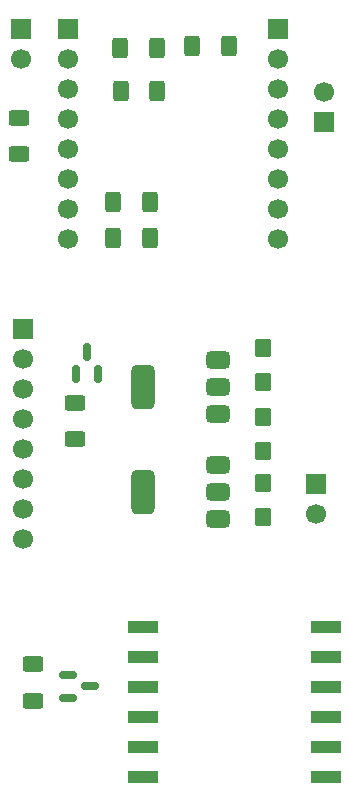
<source format=gts>
%TF.GenerationSoftware,KiCad,Pcbnew,9.0.4*%
%TF.CreationDate,2025-12-03T04:43:21+11:00*%
%TF.ProjectId,opensenceesp32,6f70656e-7365-46e6-9365-65737033322e,rev?*%
%TF.SameCoordinates,Original*%
%TF.FileFunction,Soldermask,Top*%
%TF.FilePolarity,Negative*%
%FSLAX46Y46*%
G04 Gerber Fmt 4.6, Leading zero omitted, Abs format (unit mm)*
G04 Created by KiCad (PCBNEW 9.0.4) date 2025-12-03 04:43:21*
%MOMM*%
%LPD*%
G01*
G04 APERTURE LIST*
G04 Aperture macros list*
%AMRoundRect*
0 Rectangle with rounded corners*
0 $1 Rounding radius*
0 $2 $3 $4 $5 $6 $7 $8 $9 X,Y pos of 4 corners*
0 Add a 4 corners polygon primitive as box body*
4,1,4,$2,$3,$4,$5,$6,$7,$8,$9,$2,$3,0*
0 Add four circle primitives for the rounded corners*
1,1,$1+$1,$2,$3*
1,1,$1+$1,$4,$5*
1,1,$1+$1,$6,$7*
1,1,$1+$1,$8,$9*
0 Add four rect primitives between the rounded corners*
20,1,$1+$1,$2,$3,$4,$5,0*
20,1,$1+$1,$4,$5,$6,$7,0*
20,1,$1+$1,$6,$7,$8,$9,0*
20,1,$1+$1,$8,$9,$2,$3,0*%
G04 Aperture macros list end*
%ADD10RoundRect,0.250000X0.625000X-0.400000X0.625000X0.400000X-0.625000X0.400000X-0.625000X-0.400000X0*%
%ADD11RoundRect,0.375000X0.625000X0.375000X-0.625000X0.375000X-0.625000X-0.375000X0.625000X-0.375000X0*%
%ADD12RoundRect,0.500000X0.500000X1.400000X-0.500000X1.400000X-0.500000X-1.400000X0.500000X-1.400000X0*%
%ADD13RoundRect,0.150000X0.150000X-0.587500X0.150000X0.587500X-0.150000X0.587500X-0.150000X-0.587500X0*%
%ADD14RoundRect,0.250000X-0.445000X0.545000X-0.445000X-0.545000X0.445000X-0.545000X0.445000X0.545000X0*%
%ADD15R,1.700000X1.700000*%
%ADD16C,1.700000*%
%ADD17RoundRect,0.250000X-0.400000X-0.625000X0.400000X-0.625000X0.400000X0.625000X-0.400000X0.625000X0*%
%ADD18RoundRect,0.250000X0.400000X0.625000X-0.400000X0.625000X-0.400000X-0.625000X0.400000X-0.625000X0*%
%ADD19R,2.500000X1.000000*%
%ADD20RoundRect,0.150000X-0.587500X-0.150000X0.587500X-0.150000X0.587500X0.150000X-0.587500X0.150000X0*%
G04 APERTURE END LIST*
D10*
%TO.C,R3*%
X222199200Y-98856800D03*
X222199200Y-95756800D03*
%TD*%
D11*
%TO.C,U3*%
X234290000Y-105635000D03*
X234290000Y-103335000D03*
D12*
X227990000Y-103335000D03*
D11*
X234290000Y-101035000D03*
%TD*%
D13*
%TO.C,Q2*%
X222250000Y-93345000D03*
X224150000Y-93345000D03*
X223200000Y-91470000D03*
%TD*%
D11*
%TO.C,U2*%
X234290000Y-96745000D03*
X234290000Y-94445000D03*
D12*
X227990000Y-94445000D03*
D11*
X234290000Y-92145000D03*
%TD*%
D14*
%TO.C,C1*%
X238125000Y-96985000D03*
X238125000Y-99865000D03*
%TD*%
D10*
%TO.C,R1*%
X218643200Y-120980800D03*
X218643200Y-117880800D03*
%TD*%
D15*
%TO.C,SW1*%
X217652000Y-64084200D03*
D16*
X217652000Y-66624200D03*
%TD*%
D17*
%TO.C,R2*%
X225449200Y-78790800D03*
X228549200Y-78790800D03*
%TD*%
D14*
%TO.C,C2*%
X238125000Y-91100000D03*
X238125000Y-93980000D03*
%TD*%
D15*
%TO.C,J2*%
X242570000Y-102616000D03*
D16*
X242570000Y-105156000D03*
%TD*%
D18*
%TO.C,R7*%
X235204000Y-65582800D03*
X232104000Y-65582800D03*
%TD*%
D10*
%TO.C,R8*%
X217424000Y-74726800D03*
X217424000Y-71626800D03*
%TD*%
D17*
%TO.C,R5*%
X226009200Y-65735200D03*
X229109200Y-65735200D03*
%TD*%
D15*
%TO.C,J1*%
X217805000Y-89535000D03*
D16*
X217805000Y-92075000D03*
X217805000Y-94615000D03*
X217805000Y-97155000D03*
X217805000Y-99695000D03*
X217805000Y-102235000D03*
X217805000Y-104775000D03*
X217805000Y-107315000D03*
%TD*%
D19*
%TO.C,U1*%
X227962000Y-114749200D03*
X227962000Y-117289200D03*
X227962000Y-119829200D03*
X227962000Y-122369200D03*
X227962000Y-124909200D03*
X227962000Y-127449200D03*
X243462000Y-127449200D03*
X243462000Y-124909200D03*
X243462000Y-122369200D03*
X243462000Y-119829200D03*
X243462000Y-117289200D03*
X243462000Y-114749200D03*
%TD*%
D14*
%TO.C,C3*%
X238125000Y-102530000D03*
X238125000Y-105410000D03*
%TD*%
D15*
%TO.C,SW2*%
X243256200Y-72014400D03*
D16*
X243256200Y-69474400D03*
%TD*%
D17*
%TO.C,R4*%
X225424400Y-81788000D03*
X228524400Y-81788000D03*
%TD*%
D20*
%TO.C,Q1*%
X221566500Y-118836400D03*
X221566500Y-120736400D03*
X223441500Y-119786400D03*
%TD*%
D17*
%TO.C,R6*%
X226060000Y-69342000D03*
X229160000Y-69342000D03*
%TD*%
D16*
%TO.C,U4*%
X239420400Y-81889600D03*
X239420400Y-79349600D03*
X239420400Y-76809600D03*
X239420400Y-74269600D03*
X239420400Y-71729600D03*
X239420400Y-69189600D03*
X239420400Y-66649600D03*
D15*
X239420400Y-64109600D03*
X221640400Y-64109600D03*
D16*
X221640400Y-66649600D03*
X221640400Y-69189600D03*
X221640400Y-71729600D03*
X221640400Y-74269600D03*
X221640400Y-76809600D03*
X221640400Y-79349600D03*
X221640400Y-81889600D03*
%TD*%
M02*

</source>
